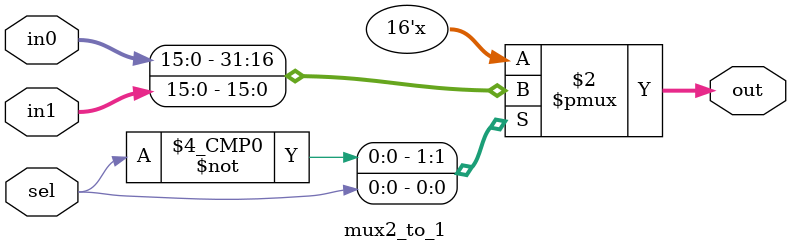
<source format=v>
/*************************************************************
Design Name 	: 
File Name   	: .v
Function    	: 
Coder		    	: 
Last Modified	: 
*************************************************************/

module mux2_to_1(in0,in1,sel,out);
	input [15:0] in0,in1;
	input sel;
	output [15:0] out;

	reg [15:0] out;

	always @(sel or in0 or in1)
	begin
		case(sel)
			1'b0: out=in0;
			1'b1: out=in1;
		endcase
	end
	
endmodule

</source>
